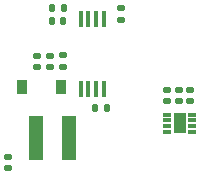
<source format=gbp>
G04 #@! TF.GenerationSoftware,KiCad,Pcbnew,(6.0.1)*
G04 #@! TF.CreationDate,2023-05-09T20:22:02-04:00*
G04 #@! TF.ProjectId,ExternalFaces,45787465-726e-4616-9c46-616365732e6b,rev?*
G04 #@! TF.SameCoordinates,Original*
G04 #@! TF.FileFunction,Paste,Bot*
G04 #@! TF.FilePolarity,Positive*
%FSLAX46Y46*%
G04 Gerber Fmt 4.6, Leading zero omitted, Abs format (unit mm)*
G04 Created by KiCad (PCBNEW (6.0.1)) date 2023-05-09 20:22:02*
%MOMM*%
%LPD*%
G01*
G04 APERTURE LIST*
G04 Aperture macros list*
%AMRoundRect*
0 Rectangle with rounded corners*
0 $1 Rounding radius*
0 $2 $3 $4 $5 $6 $7 $8 $9 X,Y pos of 4 corners*
0 Add a 4 corners polygon primitive as box body*
4,1,4,$2,$3,$4,$5,$6,$7,$8,$9,$2,$3,0*
0 Add four circle primitives for the rounded corners*
1,1,$1+$1,$2,$3*
1,1,$1+$1,$4,$5*
1,1,$1+$1,$6,$7*
1,1,$1+$1,$8,$9*
0 Add four rect primitives between the rounded corners*
20,1,$1+$1,$2,$3,$4,$5,0*
20,1,$1+$1,$4,$5,$6,$7,0*
20,1,$1+$1,$6,$7,$8,$9,0*
20,1,$1+$1,$8,$9,$2,$3,0*%
G04 Aperture macros list end*
%ADD10RoundRect,0.135000X0.185000X-0.135000X0.185000X0.135000X-0.185000X0.135000X-0.185000X-0.135000X0*%
%ADD11RoundRect,0.140000X-0.170000X0.140000X-0.170000X-0.140000X0.170000X-0.140000X0.170000X0.140000X0*%
%ADD12RoundRect,0.140000X0.170000X-0.140000X0.170000X0.140000X-0.170000X0.140000X-0.170000X-0.140000X0*%
%ADD13R,0.450000X1.475000*%
%ADD14R,0.700000X0.300000*%
%ADD15R,1.000000X1.700000*%
%ADD16RoundRect,0.135000X0.135000X0.185000X-0.135000X0.185000X-0.135000X-0.185000X0.135000X-0.185000X0*%
%ADD17R,1.200000X3.700000*%
%ADD18RoundRect,0.140000X0.140000X0.170000X-0.140000X0.170000X-0.140000X-0.170000X0.140000X-0.170000X0*%
%ADD19R,0.900000X1.200000*%
G04 APERTURE END LIST*
D10*
X139000000Y-111010000D03*
X139000000Y-109990000D03*
D11*
X143900000Y-106020000D03*
X143900000Y-106980000D03*
D12*
X148800000Y-113880000D03*
X148800000Y-112920000D03*
X137900000Y-110980000D03*
X137900000Y-110020000D03*
D13*
X142475000Y-112838000D03*
X141825000Y-112838000D03*
X141175000Y-112838000D03*
X140525000Y-112838000D03*
X140525000Y-106962000D03*
X141175000Y-106962000D03*
X141825000Y-106962000D03*
X142475000Y-106962000D03*
D14*
X149950000Y-115012500D03*
X149950000Y-115512500D03*
X149950000Y-116012500D03*
X149950000Y-116512500D03*
X147850000Y-116512500D03*
X147850000Y-116012500D03*
X147850000Y-115512500D03*
X147850000Y-115012500D03*
D15*
X148900000Y-115762500D03*
D16*
X139110000Y-106000000D03*
X138090000Y-106000000D03*
D17*
X139500000Y-117000000D03*
X136700000Y-117000000D03*
D11*
X149800000Y-112920000D03*
X149800000Y-113880000D03*
D12*
X136800000Y-110980000D03*
X136800000Y-110020000D03*
X147800000Y-113880000D03*
X147800000Y-112920000D03*
D18*
X139060000Y-107100000D03*
X138100000Y-107100000D03*
D11*
X134400000Y-118620000D03*
X134400000Y-119580000D03*
D19*
X138850000Y-112700000D03*
X135550000Y-112700000D03*
D16*
X142710000Y-114500000D03*
X141690000Y-114500000D03*
M02*

</source>
